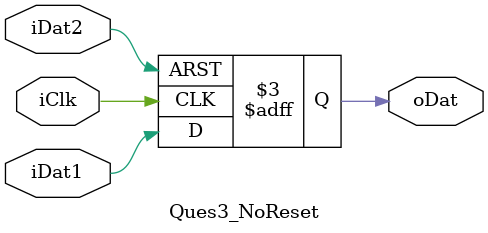
<source format=v>
module Ques3_NoReset(
	input iClk, iDat1, iDat2,
	output reg oDat
);

	always@(posedge iClk or negedge iDat2)
	begin
		if(!iDat2)
			oDat<=0;
		else
			oDat<=iDat1;
	end

endmodule

</source>
